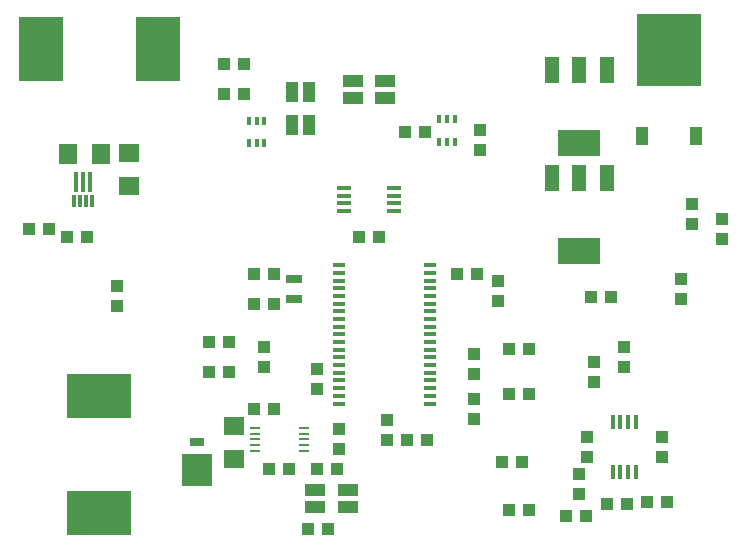
<source format=gtp>
G75*
%MOIN*%
%OFA0B0*%
%FSLAX24Y24*%
%IPPOS*%
%LPD*%
%AMOC8*
5,1,8,0,0,1.08239X$1,22.5*
%
%ADD10R,0.0433X0.0394*%
%ADD11R,0.0394X0.0433*%
%ADD12R,0.0472X0.0118*%
%ADD13R,0.2126X0.2441*%
%ADD14R,0.0394X0.0630*%
%ADD15R,0.0551X0.0276*%
%ADD16R,0.0709X0.0630*%
%ADD17R,0.0630X0.0709*%
%ADD18R,0.0344X0.0098*%
%ADD19R,0.0130X0.0700*%
%ADD20R,0.0130X0.0400*%
%ADD21R,0.0118X0.0295*%
%ADD22R,0.1516X0.2165*%
%ADD23R,0.2165X0.1516*%
%ADD24R,0.1000X0.1050*%
%ADD25R,0.0500X0.0250*%
%ADD26R,0.0480X0.0880*%
%ADD27R,0.1417X0.0866*%
%ADD28R,0.0394X0.0138*%
%ADD29R,0.0118X0.0472*%
%ADD30R,0.0433X0.0680*%
%ADD31R,0.0680X0.0433*%
D10*
X007295Y006380D03*
X007965Y006380D03*
X008795Y008630D03*
X009465Y008630D03*
X009465Y009630D03*
X008795Y009630D03*
X012295Y010880D03*
X012965Y010880D03*
X016930Y009415D03*
X016930Y008745D03*
X017295Y007130D03*
X017965Y007130D03*
X016130Y006965D03*
X016130Y006295D03*
X016130Y005465D03*
X016130Y004795D03*
X017295Y005630D03*
X017965Y005630D03*
X019880Y004215D03*
X019880Y003545D03*
X019630Y002965D03*
X019630Y002295D03*
X021130Y006545D03*
X021130Y007215D03*
X023030Y008795D03*
X023030Y009465D03*
X024380Y010795D03*
X024380Y011465D03*
X023380Y011295D03*
X023380Y011965D03*
X013210Y004765D03*
X013210Y004095D03*
X011630Y003795D03*
X011630Y004465D03*
X009965Y003130D03*
X009295Y003130D03*
X004230Y008575D03*
X004230Y009245D03*
X007795Y016630D03*
X008465Y016630D03*
D11*
X008465Y015630D03*
X007795Y015630D03*
X013815Y014370D03*
X014485Y014370D03*
X016310Y014445D03*
X016310Y013775D03*
X016215Y009630D03*
X015545Y009630D03*
X020005Y008880D03*
X020675Y008880D03*
X020130Y006715D03*
X020130Y006045D03*
X022380Y004215D03*
X022380Y003545D03*
X022565Y002030D03*
X021895Y002030D03*
X021215Y001980D03*
X020545Y001980D03*
X019865Y001580D03*
X019195Y001580D03*
X017965Y001780D03*
X017295Y001780D03*
X017045Y003380D03*
X017715Y003380D03*
X014565Y004120D03*
X013895Y004120D03*
X011565Y003130D03*
X010895Y003130D03*
X010575Y001160D03*
X011245Y001160D03*
X009465Y005130D03*
X008795Y005130D03*
X009130Y006545D03*
X009130Y007215D03*
X007965Y007380D03*
X007295Y007380D03*
X010880Y006465D03*
X010880Y005795D03*
X003215Y010880D03*
X002545Y010880D03*
X001965Y011130D03*
X001295Y011130D03*
D12*
X011798Y011747D03*
X011798Y012002D03*
X011798Y012258D03*
X011798Y012514D03*
X013461Y012514D03*
X013461Y012258D03*
X013461Y012002D03*
X013461Y011747D03*
D13*
X022630Y017114D03*
D14*
X021732Y014240D03*
X023528Y014240D03*
D15*
X010130Y009465D03*
X010130Y008795D03*
D16*
X008130Y004581D03*
X008130Y003479D03*
X004630Y012579D03*
X004630Y013681D03*
D17*
X003681Y013630D03*
X002579Y013630D03*
D18*
X008818Y004524D03*
X008818Y004327D03*
X008818Y004130D03*
X008818Y003933D03*
X008818Y003736D03*
X010442Y003736D03*
X010442Y003933D03*
X010442Y004130D03*
X010442Y004327D03*
X010442Y004524D03*
D19*
X003321Y012720D03*
X003085Y012720D03*
X002849Y012720D03*
D20*
X002789Y012080D03*
X002986Y012080D03*
X003183Y012080D03*
X003380Y012080D03*
D21*
X008624Y014006D03*
X008880Y014006D03*
X009136Y014006D03*
X009136Y014754D03*
X008880Y014754D03*
X008624Y014754D03*
X014964Y014804D03*
X015220Y014804D03*
X015476Y014804D03*
X015476Y014056D03*
X015220Y014056D03*
X014964Y014056D03*
D22*
X005589Y017130D03*
X001671Y017130D03*
D23*
X003630Y001671D03*
X003630Y005589D03*
D24*
X006880Y003126D03*
D25*
X006880Y004055D03*
D26*
X018720Y012850D03*
X019630Y012850D03*
X020540Y012850D03*
X020540Y016450D03*
X019630Y016450D03*
X018720Y016450D03*
D27*
X019630Y014010D03*
X019630Y010410D03*
D28*
X014646Y009933D03*
X014646Y009677D03*
X014646Y009421D03*
X014646Y009165D03*
X014646Y008910D03*
X014646Y008654D03*
X014646Y008398D03*
X014646Y008142D03*
X014646Y007886D03*
X014646Y007630D03*
X014646Y007374D03*
X014646Y007118D03*
X014646Y006862D03*
X014646Y006606D03*
X014646Y006350D03*
X014646Y006095D03*
X014646Y005839D03*
X014646Y005583D03*
X014646Y005327D03*
X011614Y005327D03*
X011614Y005583D03*
X011614Y005839D03*
X011614Y006095D03*
X011614Y006350D03*
X011614Y006606D03*
X011614Y006862D03*
X011614Y007118D03*
X011614Y007374D03*
X011614Y007630D03*
X011614Y007886D03*
X011614Y008142D03*
X011614Y008398D03*
X011614Y008654D03*
X011614Y008910D03*
X011614Y009165D03*
X011614Y009421D03*
X011614Y009677D03*
X011614Y009933D03*
D29*
X020746Y004711D03*
X021002Y004711D03*
X021258Y004711D03*
X021513Y004711D03*
X021513Y003048D03*
X021258Y003048D03*
X021002Y003048D03*
X020746Y003048D03*
D30*
X010610Y014620D03*
X010059Y014620D03*
X010059Y015703D03*
X010610Y015703D03*
D31*
X012087Y015519D03*
X012087Y016070D03*
X013170Y016070D03*
X013170Y015519D03*
X011910Y002430D03*
X011910Y001879D03*
X010827Y001879D03*
X010827Y002430D03*
M02*

</source>
